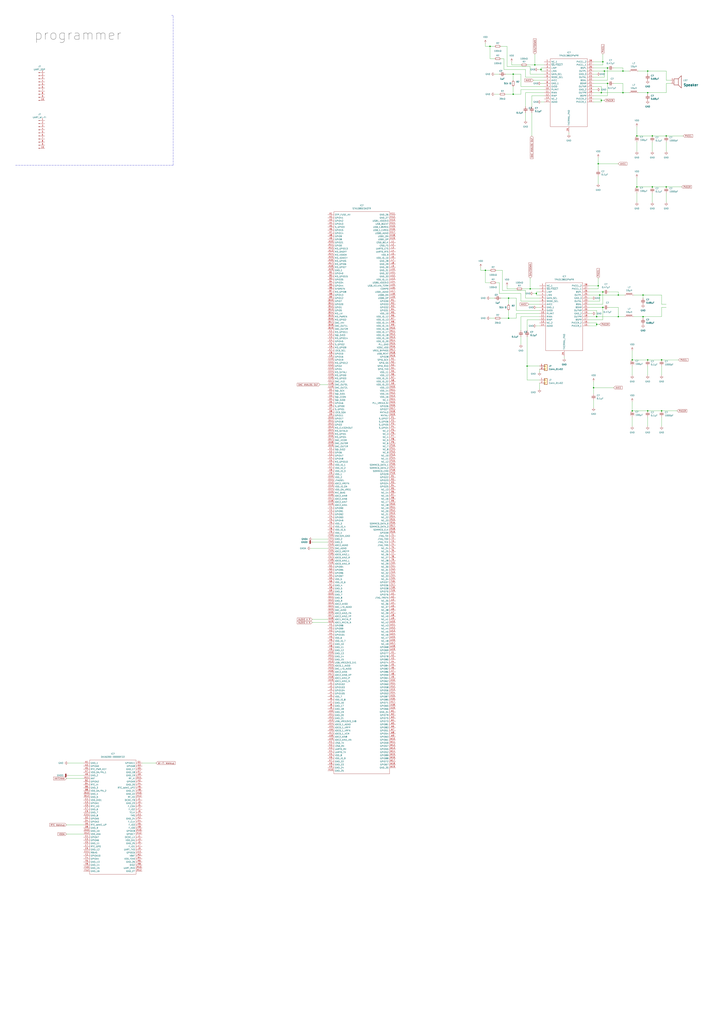
<source format=kicad_sch>
(kicad_sch (version 20211123) (generator eeschema)
  (paper "A1" portrait)
  (junction (at 523.24 111.76))
  (junction (at 528.32 242.57))
  (junction (at 398.78 222.25))
  (junction (at 490.22 260.35))
  (junction (at 417.83 261.62))
  (junction (at 491.49 234.95))
  (junction (at 543.56 337.82))
  (junction (at 519.43 295.91))
  (junction (at 535.94 111.76))
  (junction (at 523.24 153.67))
  (junction (at 421.64 77.47))
  (junction (at 433.07 300.99))
  (junction (at 444.5 57.15))
  (junction (at 490.22 266.7))
  (junction (at 532.13 58.42))
  (junction (at 508 242.57))
  (junction (at 494.03 82.55))
  (junction (at 519.43 337.82))
  (junction (at 528.32 260.35))
  (junction (at 532.13 76.2))
  (junction (at 532.13 337.82))
  (junction (at 547.37 153.67))
  (junction (at 421.64 60.96))
  (junction (at 491.49 134.62))
  (junction (at 417.83 245.11))
  (junction (at 495.3 252.73))
  (junction (at 495.3 50.8))
  (junction (at 487.68 318.77))
  (junction (at 508 260.35))
  (junction (at 543.56 295.91))
  (junction (at 511.81 58.42))
  (junction (at 492.76 242.57))
  (junction (at 494.03 76.2))
  (junction (at 402.59 38.1))
  (junction (at 496.57 58.42))
  (junction (at 535.94 153.67))
  (junction (at 435.61 237.49))
  (junction (at 547.37 111.76))
  (junction (at 495.3 240.03))
  (junction (at 440.69 241.3))
  (junction (at 499.11 68.58))
  (junction (at 439.42 53.34))
  (junction (at 499.11 55.88))
  (junction (at 511.81 76.2))
  (junction (at 532.13 295.91))
  (wire (pts (xy 491.49 129.54) (xy 491.49 134.62)))
  (wire (pts (xy 499.11 78.74) (xy 499.11 68.58)))
  (wire (pts (xy 435.61 228.6) (xy 435.61 237.49)))
  (wire (pts (xy 439.42 44.45) (xy 439.42 53.34)))
  (wire (pts (xy 431.8 76.2) (xy 447.04 76.2)))
  (wire (pts (xy 494.03 76.2) (xy 511.81 76.2)))
  (wire (pts (xy 443.23 312.42) (xy 433.07 312.42)))
  (wire (pts (xy 490.22 267.97) (xy 483.87 267.97)))
  (wire (pts (xy 431.8 245.11) (xy 431.8 238.76)))
  (wire (pts (xy 508 242.57) (xy 513.08 242.57)))
  (wire (pts (xy 490.22 266.7) (xy 490.22 267.97)))
  (wire (pts (xy 427.99 276.86) (xy 427.99 283.21)))
  (wire (pts (xy 398.78 35.56) (xy 398.78 38.1)))
  (wire (pts (xy 431.8 92.71) (xy 431.8 99.06)))
  (wire (pts (xy 508 252.73) (xy 508 260.35)))
  (wire (pts (xy 520.7 242.57) (xy 528.32 242.57)))
  (wire (pts (xy 483.87 257.81) (xy 486.41 257.81)))
  (wire (pts (xy 487.68 68.58) (xy 499.11 68.58)))
  (wire (pts (xy 487.68 73.66) (xy 490.22 73.66)))
  (wire (pts (xy 483.87 234.95) (xy 491.49 234.95)))
  (wire (pts (xy 421.64 77.47) (xy 427.99 77.47)))
  (wire (pts (xy 443.23 247.65) (xy 427.99 247.65)))
  (wire (pts (xy 443.23 255.27) (xy 424.18 255.27)))
  (wire (pts (xy 524.51 58.42) (xy 532.13 58.42)))
  (wire (pts (xy 535.94 153.67) (xy 547.37 153.67)))
  (wire (pts (xy 412.75 222.25) (xy 407.67 222.25)))
  (wire (pts (xy 447.04 63.5) (xy 431.8 63.5)))
  (wire (pts (xy 433.07 53.34) (xy 439.42 53.34)))
  (wire (pts (xy 463.55 293.37) (xy 463.55 294.64)))
  (wire (pts (xy 256.54 443.23) (xy 269.24 443.23)))
  (wire (pts (xy 543.56 337.82) (xy 556.26 337.82)))
  (wire (pts (xy 496.57 63.5) (xy 496.57 58.42)))
  (wire (pts (xy 487.68 71.12) (xy 494.03 71.12)))
  (wire (pts (xy 543.56 342.9) (xy 543.56 350.52)))
  (wire (pts (xy 523.24 116.84) (xy 523.24 124.46)))
  (wire (pts (xy 427.99 247.65) (xy 427.99 241.3)))
  (wire (pts (xy 519.43 295.91) (xy 532.13 295.91)))
  (wire (pts (xy 495.3 250.19) (xy 495.3 240.03)))
  (wire (pts (xy 443.23 262.89) (xy 433.07 262.89)))
  (wire (pts (xy 406.4 60.96) (xy 410.21 60.96)))
  (wire (pts (xy 414.02 57.15) (xy 414.02 48.26)))
  (wire (pts (xy 256.54 511.81) (xy 269.24 511.81)))
  (wire (pts (xy 55.88 627.38) (xy 68.58 627.38)))
  (wire (pts (xy 547.37 66.04) (xy 547.37 58.42)))
  (wire (pts (xy 500.38 252.73) (xy 508 252.73)))
  (wire (pts (xy 436.88 92.71) (xy 436.88 111.76)))
  (wire (pts (xy 483.87 240.03) (xy 495.3 240.03)))
  (wire (pts (xy 519.43 337.82) (xy 532.13 337.82)))
  (wire (pts (xy 523.24 158.75) (xy 523.24 166.37)))
  (wire (pts (xy 444.5 57.15) (xy 444.5 55.88)))
  (wire (pts (xy 543.56 300.99) (xy 543.56 308.61)))
  (wire (pts (xy 523.24 146.05) (xy 523.24 153.67)))
  (wire (pts (xy 402.59 261.62) (xy 406.4 261.62)))
  (wire (pts (xy 414.02 48.26) (xy 411.48 48.26)))
  (wire (pts (xy 447.04 71.12) (xy 427.99 71.12)))
  (wire (pts (xy 508 240.03) (xy 508 242.57)))
  (wire (pts (xy 433.07 300.99) (xy 433.07 276.86)))
  (wire (pts (xy 431.8 87.63) (xy 431.8 76.2)))
  (wire (pts (xy 491.49 228.6) (xy 491.49 234.95)))
  (wire (pts (xy 427.99 241.3) (xy 410.21 241.3)))
  (wire (pts (xy 467.36 109.22) (xy 467.36 110.49)))
  (wire (pts (xy 410.21 241.3) (xy 410.21 232.41)))
  (wire (pts (xy 528.32 242.57) (xy 528.32 245.11)))
  (polyline (pts (xy 12.7 135.89) (xy 142.24 135.89)))
  (wire (pts (xy 491.49 144.78) (xy 491.49 151.13)))
  (wire (pts (xy 394.97 222.25) (xy 398.78 222.25)))
  (wire (pts (xy 429.26 237.49) (xy 435.61 237.49)))
  (wire (pts (xy 435.61 54.61) (xy 416.56 54.61)))
  (wire (pts (xy 532.13 58.42) (xy 547.37 58.42)))
  (wire (pts (xy 444.5 83.82) (xy 447.04 83.82)))
  (wire (pts (xy 417.83 261.62) (xy 424.18 261.62)))
  (wire (pts (xy 547.37 153.67) (xy 560.07 153.67)))
  (wire (pts (xy 440.69 241.3) (xy 440.69 240.03)))
  (wire (pts (xy 416.56 237.49) (xy 424.18 237.49)))
  (wire (pts (xy 487.68 55.88) (xy 499.11 55.88)))
  (wire (pts (xy 421.64 71.12) (xy 421.64 77.47)))
  (wire (pts (xy 519.43 300.99) (xy 519.43 308.61)))
  (wire (pts (xy 415.29 60.96) (xy 421.64 60.96)))
  (wire (pts (xy 427.99 260.35) (xy 443.23 260.35)))
  (wire (pts (xy 543.56 295.91) (xy 557.53 295.91)))
  (wire (pts (xy 487.68 318.77) (xy 504.19 318.77)))
  (wire (pts (xy 421.64 60.96) (xy 421.64 66.04)))
  (wire (pts (xy 402.59 38.1) (xy 406.4 38.1)))
  (wire (pts (xy 547.37 116.84) (xy 547.37 124.46)))
  (wire (pts (xy 406.4 48.26) (xy 402.59 48.26)))
  (wire (pts (xy 421.64 60.96) (xy 427.99 60.96)))
  (polyline (pts (xy 140.97 12.7) (xy 142.24 12.7)))
  (wire (pts (xy 490.22 266.7) (xy 492.76 266.7)))
  (wire (pts (xy 435.61 60.96) (xy 435.61 54.61)))
  (wire (pts (xy 431.8 238.76) (xy 412.75 238.76)))
  (wire (pts (xy 116.84 627.38) (xy 128.27 627.38)))
  (wire (pts (xy 494.03 81.28) (xy 494.03 82.55)))
  (wire (pts (xy 256.54 509.27) (xy 269.24 509.27)))
  (wire (pts (xy 528.32 261.62) (xy 528.32 260.35)))
  (wire (pts (xy 443.23 245.11) (xy 431.8 245.11)))
  (wire (pts (xy 424.18 257.81) (xy 424.18 261.62)))
  (wire (pts (xy 491.49 134.62) (xy 491.49 139.7)))
  (wire (pts (xy 433.07 262.89) (xy 433.07 271.78)))
  (wire (pts (xy 440.69 242.57) (xy 440.69 241.3)))
  (wire (pts (xy 398.78 232.41) (xy 398.78 222.25)))
  (wire (pts (xy 532.13 300.99) (xy 532.13 308.61)))
  (wire (pts (xy 431.8 57.15) (xy 414.02 57.15)))
  (wire (pts (xy 487.68 53.34) (xy 495.3 53.34)))
  (wire (pts (xy 519.43 288.29) (xy 519.43 295.91)))
  (wire (pts (xy 494.03 71.12) (xy 494.03 76.2)))
  (wire (pts (xy 487.68 60.96) (xy 490.22 60.96)))
  (wire (pts (xy 406.4 77.47) (xy 410.21 77.47)))
  (wire (pts (xy 491.49 237.49) (xy 491.49 234.95)))
  (wire (pts (xy 447.04 58.42) (xy 444.5 58.42)))
  (wire (pts (xy 532.13 77.47) (xy 532.13 76.2)))
  (wire (pts (xy 424.18 255.27) (xy 424.18 245.11)))
  (wire (pts (xy 535.94 158.75) (xy 535.94 166.37)))
  (wire (pts (xy 398.78 38.1) (xy 402.59 38.1)))
  (wire (pts (xy 532.13 342.9) (xy 532.13 350.52)))
  (wire (pts (xy 532.13 295.91) (xy 543.56 295.91)))
  (wire (pts (xy 402.59 48.26) (xy 402.59 38.1)))
  (wire (pts (xy 504.19 68.58) (xy 511.81 68.58)))
  (wire (pts (xy 528.32 260.35) (xy 543.56 260.35)))
  (wire (pts (xy 54.61 640.08) (xy 68.58 640.08)))
  (wire (pts (xy 431.8 63.5) (xy 431.8 57.15)))
  (wire (pts (xy 495.3 262.89) (xy 495.3 252.73)))
  (wire (pts (xy 511.81 68.58) (xy 511.81 76.2)))
  (wire (pts (xy 435.61 237.49) (xy 443.23 237.49)))
  (wire (pts (xy 490.22 255.27) (xy 490.22 260.35)))
  (wire (pts (xy 483.87 242.57) (xy 492.76 242.57)))
  (wire (pts (xy 420.37 53.34) (xy 427.99 53.34)))
  (wire (pts (xy 436.88 78.74) (xy 436.88 87.63)))
  (wire (pts (xy 519.43 330.2) (xy 519.43 337.82)))
  (wire (pts (xy 519.43 342.9) (xy 519.43 350.52)))
  (wire (pts (xy 499.11 66.04) (xy 499.11 55.88)))
  (wire (pts (xy 496.57 58.42) (xy 511.81 58.42)))
  (wire (pts (xy 487.68 66.04) (xy 499.11 66.04)))
  (wire (pts (xy 487.68 50.8) (xy 495.3 50.8)))
  (wire (pts (xy 532.13 76.2) (xy 547.37 76.2)))
  (wire (pts (xy 427.99 271.78) (xy 427.99 260.35)))
  (wire (pts (xy 417.83 245.11) (xy 424.18 245.11)))
  (wire (pts (xy 440.69 240.03) (xy 443.23 240.03)))
  (wire (pts (xy 487.68 328.93) (xy 487.68 335.28)))
  (wire (pts (xy 532.13 58.42) (xy 532.13 60.96)))
  (wire (pts (xy 483.87 265.43) (xy 490.22 265.43)))
  (wire (pts (xy 441.96 57.15) (xy 444.5 57.15)))
  (wire (pts (xy 543.56 250.19) (xy 547.37 250.19)))
  (wire (pts (xy 487.68 58.42) (xy 496.57 58.42)))
  (wire (pts (xy 500.38 240.03) (xy 508 240.03)))
  (wire (pts (xy 547.37 158.75) (xy 547.37 166.37)))
  (wire (pts (xy 483.87 262.89) (xy 495.3 262.89)))
  (wire (pts (xy 490.22 265.43) (xy 490.22 266.7)))
  (wire (pts (xy 487.68 63.5) (xy 496.57 63.5)))
  (wire (pts (xy 487.68 78.74) (xy 499.11 78.74)))
  (wire (pts (xy 427.99 73.66) (xy 427.99 77.47)))
  (wire (pts (xy 491.49 134.62) (xy 508 134.62)))
  (wire (pts (xy 483.87 250.19) (xy 495.3 250.19)))
  (wire (pts (xy 494.03 83.82) (xy 487.68 83.82)))
  (wire (pts (xy 487.68 318.77) (xy 487.68 323.85)))
  (wire (pts (xy 532.13 337.82) (xy 543.56 337.82)))
  (wire (pts (xy 492.76 247.65) (xy 492.76 242.57)))
  (wire (pts (xy 535.94 116.84) (xy 535.94 124.46)))
  (wire (pts (xy 511.81 76.2) (xy 516.89 76.2)))
  (wire (pts (xy 444.5 68.58) (xy 447.04 68.58)))
  (wire (pts (xy 483.87 237.49) (xy 491.49 237.49)))
  (wire (pts (xy 439.42 53.34) (xy 447.04 53.34)))
  (wire (pts (xy 444.5 55.88) (xy 447.04 55.88)))
  (wire (pts (xy 416.56 54.61) (xy 416.56 38.1)))
  (wire (pts (xy 520.7 260.35) (xy 528.32 260.35)))
  (polyline (pts (xy 142.24 135.89) (xy 142.24 12.7)))
  (wire (pts (xy 528.32 242.57) (xy 543.56 242.57)))
  (wire (pts (xy 495.3 53.34) (xy 495.3 50.8)))
  (wire (pts (xy 255.27 450.85) (xy 269.24 450.85)))
  (wire (pts (xy 511.81 55.88) (xy 511.81 58.42)))
  (wire (pts (xy 490.22 260.35) (xy 508 260.35)))
  (wire (pts (xy 483.87 245.11) (xy 486.41 245.11)))
  (wire (pts (xy 402.59 232.41) (xy 398.78 232.41)))
  (wire (pts (xy 508 260.35) (xy 513.08 260.35)))
  (wire (pts (xy 524.51 76.2) (xy 532.13 76.2)))
  (wire (pts (xy 443.23 303.53) (xy 443.23 306.07)))
  (wire (pts (xy 447.04 78.74) (xy 436.88 78.74)))
  (wire (pts (xy 447.04 60.96) (xy 435.61 60.96)))
  (wire (pts (xy 438.15 66.04) (xy 447.04 66.04)))
  (wire (pts (xy 433.07 312.42) (xy 433.07 300.99)))
  (wire (pts (xy 417.83 255.27) (xy 417.83 261.62)))
  (wire (pts (xy 547.37 68.58) (xy 551.18 68.58)))
  (wire (pts (xy 483.87 247.65) (xy 492.76 247.65)))
  (wire (pts (xy 417.83 245.11) (xy 417.83 250.19)))
  (wire (pts (xy 547.37 68.58) (xy 547.37 76.2)))
  (wire (pts (xy 535.94 111.76) (xy 547.37 111.76)))
  (wire (pts (xy 443.23 300.99) (xy 433.07 300.99)))
  (wire (pts (xy 547.37 111.76) (xy 561.34 111.76)))
  (wire (pts (xy 440.69 267.97) (xy 443.23 267.97)))
  (wire (pts (xy 494.03 82.55) (xy 494.03 83.82)))
  (wire (pts (xy 492.76 242.57) (xy 508 242.57)))
  (wire (pts (xy 410.21 232.41) (xy 407.67 232.41)))
  (wire (pts (xy 394.97 219.71) (xy 394.97 222.25)))
  (wire (pts (xy 523.24 153.67) (xy 535.94 153.67)))
  (wire (pts (xy 523.24 104.14) (xy 523.24 111.76)))
  (wire (pts (xy 415.29 77.47) (xy 421.64 77.47)))
  (wire (pts (xy 411.48 261.62) (xy 417.83 261.62)))
  (wire (pts (xy 495.3 44.45) (xy 495.3 50.8)))
  (wire (pts (xy 412.75 238.76) (xy 412.75 222.25)))
  (wire (pts (xy 440.69 252.73) (xy 443.23 252.73)))
  (wire (pts (xy 420.37 50.8) (xy 420.37 53.34)))
  (wire (pts (xy 438.15 241.3) (xy 440.69 241.3)))
  (wire (pts (xy 543.56 252.73) (xy 547.37 252.73)))
  (wire (pts (xy 487.68 313.69) (xy 487.68 318.77)))
  (wire (pts (xy 55.88 637.54) (xy 68.58 637.54)))
  (wire (pts (xy 262.89 316.23) (xy 269.24 316.23)))
  (wire (pts (xy 483.87 255.27) (xy 490.22 255.27)))
  (wire (pts (xy 543.56 250.19) (xy 543.56 242.57)))
  (wire (pts (xy 443.23 314.96) (xy 443.23 320.04)))
  (wire (pts (xy 256.54 445.77) (xy 269.24 445.77)))
  (wire (pts (xy 483.87 252.73) (xy 495.3 252.73)))
  (wire (pts (xy 427.99 71.12) (xy 427.99 60.96)))
  (wire (pts (xy 411.48 245.11) (xy 417.83 245.11)))
  (wire (pts (xy 504.19 55.88) (xy 511.81 55.88)))
  (wire (pts (xy 543.56 252.73) (xy 543.56 260.35)))
  (wire (pts (xy 487.68 81.28) (xy 494.03 81.28)))
  (wire (pts (xy 416.56 38.1) (xy 411.48 38.1)))
  (wire (pts (xy 511.81 58.42) (xy 516.89 58.42)))
  (wire (pts (xy 402.59 245.11) (xy 406.4 245.11)))
  (wire (pts (xy 444.5 58.42) (xy 444.5 57.15)))
  (wire (pts (xy 398.78 222.25) (xy 402.59 222.25)))
  (wire (pts (xy 443.23 257.81) (xy 424.18 257.81)))
  (wire (pts (xy 490.22 260.35) (xy 483.87 260.35)))
  (wire (pts (xy 523.24 111.76) (xy 535.94 111.76)))
  (wire (pts (xy 494.03 76.2) (xy 487.68 76.2)))
  (wire (pts (xy 494.03 82.55) (xy 496.57 82.55)))
  (wire (pts (xy 547.37 66.04) (xy 551.18 66.04)))
  (wire (pts (xy 416.56 234.95) (xy 416.56 237.49)))
  (wire (pts (xy 434.34 250.19) (xy 443.23 250.19)))
  (wire (pts (xy 447.04 73.66) (xy 427.99 73.66)))
  (wire (pts (xy 443.23 242.57) (xy 440.69 242.57)))
  (wire (pts (xy 54.61 685.8) (xy 68.58 685.8)))
  (wire (pts (xy 54.61 678.18) (xy 68.58 678.18)))
  (label "programmer" (at 27.94 35.56 0) (effects (font (size 8 8))))
  (global_label "AVCC" (shape input) (at 508 134.62 0) (property "Intersheet References" "${INTERSHEET_REFS}" (effects hide)))
  (global_label "AUDIO A P" (shape input) (at 256.54 509.27 180) (property "Intersheet References" "${INTERSHEET_REFS}" (effects hide)))
  (global_label "AVCC" (shape input) (at 438.15 66.04 180) (property "Intersheet References" "${INTERSHEET_REFS}" (effects hide)))
  (global_label "SHUTDOWN" (shape input) (at 435.61 228.6 90) (property "Intersheet References" "${INTERSHEET_REFS}" (effects hide)))
  (global_label "PVCCR" (shape input) (at 492.76 266.7 0) (effects (font (size 1.2 1.2))) (property "Intersheet References" "${INTERSHEET_REFS}" (effects hide)))
  (global_label "DAC ANALOG OUT" (shape input) (at 262.89 316.23 180) (property "Intersheet References" "${INTERSHEET_REFS}" (effects hide)))
  (global_label "ANTENNA" (shape input) (at 54.61 640.08 180) (property "Intersheet References" "${INTERSHEET_REFS}" (effects hide)))
  (global_label "DAC ANALOG OUT" (shape input) (at 436.88 111.76 270) (property "Intersheet References" "${INTERSHEET_REFS}" (effects hide)))
  (global_label "VDDA" (shape input) (at 54.61 685.8 180) (property "Intersheet References" "${INTERSHEET_REFS}" (effects hide)))
  (global_label "AUDIO A N" (shape input) (at 256.54 511.81 180) (property "Intersheet References" "${INTERSHEET_REFS}" (effects hide)))
  (global_label "PVCCL" (shape input) (at 557.53 295.91 0) (effects (font (size 1.2 1.2))) (property "Intersheet References" "${INTERSHEET_REFS}" (effects hide)))
  (global_label "AVCC" (shape input) (at 434.34 250.19 180) (property "Intersheet References" "${INTERSHEET_REFS}" (effects hide)))
  (global_label "SHUTDOWN" (shape input) (at 439.42 44.45 90) (property "Intersheet References" "${INTERSHEET_REFS}" (effects hide)))
  (global_label "PVCCR" (shape input) (at 556.26 337.82 0) (effects (font (size 1.2 1.2))) (property "Intersheet References" "${INTERSHEET_REFS}" (effects hide)))
  (global_label "PVCCL" (shape input) (at 561.34 111.76 0) (effects (font (size 1.2 1.2))) (property "Intersheet References" "${INTERSHEET_REFS}" (effects hide)))
  (global_label "AVCC" (shape input) (at 504.19 318.77 0) (property "Intersheet References" "${INTERSHEET_REFS}" (effects hide)))
  (global_label "WI-FI Wakeup" (shape input) (at 128.27 627.38 0) (property "Intersheet References" "${INTERSHEET_REFS}" (effects hide)))
  (global_label "PVCCL" (shape input) (at 491.49 228.6 90) (effects (font (size 1.2 1.2))) (property "Intersheet References" "${INTERSHEET_REFS}" (effects hide)))
  (global_label "PVCCR" (shape input) (at 496.57 82.55 0) (effects (font (size 1.2 1.2))) (property "Intersheet References" "${INTERSHEET_REFS}" (effects hide)))
  (global_label "RTC Wakeup" (shape input) (at 54.61 678.18 180) (property "Intersheet References" "${INTERSHEET_REFS}" (effects hide)))
  (global_label "PVCCR" (shape input) (at 560.07 153.67 0) (effects (font (size 1.2 1.2))) (property "Intersheet References" "${INTERSHEET_REFS}" (effects hide)))
  (global_label "PVCCL" (shape input) (at 495.3 44.45 90) (effects (font (size 1.2 1.2))) (property "Intersheet References" "${INTERSHEET_REFS}" (effects hide)))
  (symbol (lib_id "Device:C_Small") (at 532.13 80.01 0) (unit 1)
    (property "Reference" "C?" (at 534.67 78.7462 0) (effects (justify left)))
    (property "Value" "0.68µF" (at 534.67 81.2862 0) (effects (justify left)))
  )
  (symbol (lib_id "power:GND") (at 543.56 350.52 0) (unit 1)
    (property "Reference" "#PWR?" (effects hide))
    (property "Value" "GND" (at 543.56 355.6 0))
  )
  (symbol (lib_id "Connector_Generic:Conn_01x02") (at 448.31 300.99 0) (unit 1)
    (property "Reference" "J?" (at 450.85 300.9899 0) (effects (justify left)))
    (property "Value" "Conn_01x02" (at 450.85 303.5299 0) (effects (justify left)))
  )
  (symbol (lib_id "power:GNDA") (at 256.54 443.23 270) (unit 1)
    (property "Reference" "#PWR?" (effects hide))
    (property "Value" "GNDA" (at 247.65 443.23 90) (effects (justify left)))
  )
  (symbol (lib_id "AMP:TPA3138D2PWPR") (at 447.04 50.8 0) (unit 1)
    (property "Reference" "IC?" (at 467.36 43.18 0))
    (property "Value" "TPA3138D2PWPR" (at 467.36 45.72 0))
    (property "Footprint" "SOP65P640X120-29N" (effects hide))
    (property "Datasheet" "http://www.ti.com/lit/gpn/tpa3138d2" (effects hide))
    (property "Description" "10W 3.5V14.4V Inductor-Free Stereo Analog Input Class-D Audio Amplifier" (effects hide))
    (property "Height" "1.2" (effects hide))
    (property "Manufacturer_Name" "Texas Instruments" (effects hide))
    (property "Manufacturer_Part_Number" "TPA3138D2PWPR" (effects hide))
    (property "Mouser Part Number" "595-TPA3138D2PWPR" (effects hide))
    (property "Mouser Price/Stock" "https://www.mouser.co.uk/ProductDetail/Texas-Instruments/TPA3138D2PWPR?qs=fAHHVMwC%252BbipgX0F9%252BCw8A%3D%3D" (effects hide))
    (property "Arrow Part Number" "TPA3138D2PWPR" (effects hide))
    (property "Arrow Price/Stock" "https://www.arrow.com/en/products/tpa3138d2pwpr/texas-instruments?region=nac" (effects hide))
  )
  (symbol (lib_id "power:GND") (at 486.41 245.11 90) (unit 1)
    (property "Reference" "#PWR?" (effects hide))
    (property "Value" "GND" (at 488.95 245.11 90) (effects (justify right)))
  )
  (symbol (lib_id "Device:C_Small") (at 497.84 252.73 90) (unit 1)
    (property "Reference" "C?" (at 499.11 248.92 90))
    (property "Value" "0.47µF" (at 499.11 256.54 90))
  )
  (symbol (lib_id "Device:C_Small") (at 528.32 264.16 0) (unit 1)
    (property "Reference" "C?" (at 530.86 262.8962 0) (effects (justify left)))
    (property "Value" "0.68µF" (at 530.86 265.4362 0) (effects (justify left)))
  )
  (symbol (lib_id "power:GND") (at 438.15 241.3 270) (unit 1)
    (property "Reference" "#PWR?" (effects hide))
    (property "Value" "GND" (at 431.8 241.3 90) (effects (justify left)))
  )
  (symbol (lib_id "power:GND") (at 443.23 320.04 0) (unit 1)
    (property "Reference" "#PWR?" (effects hide))
    (property "Value" "GND" (at 438.15 322.58 0))
  )
  (symbol (lib_id "Device:C_Polarized_Small_US") (at 519.43 298.45 0) (unit 1)
    (property "Reference" "C?" (at 521.97 296.7481 0) (effects (justify left)))
    (property "Value" "100µF" (at 521.97 299.2881 0) (effects (justify left)))
  )
  (symbol (lib_id "Device:C_Small") (at 543.56 340.36 0) (unit 1)
    (property "Reference" "C?" (at 546.1 339.0962 0) (effects (justify left)))
    (property "Value" "1000pF" (at 546.1 341.6362 0) (effects (justify left)))
  )
  (symbol (lib_id "power:VDD") (at 491.49 129.54 0) (unit 1)
    (property "Reference" "#PWR?" (effects hide))
    (property "Value" "VDD" (at 491.49 124.46 0))
  )
  (symbol (lib_id "Device:C_Small") (at 532.13 63.5 0) (unit 1)
    (property "Reference" "C?" (at 534.67 62.2362 0) (effects (justify left)))
    (property "Value" "0.68µF" (at 534.67 64.7762 0) (effects (justify left)))
  )
  (symbol (lib_id "power:GND") (at 519.43 350.52 0) (unit 1)
    (property "Reference" "#PWR?" (effects hide))
    (property "Value" "GND" (at 519.43 355.6 0))
  )
  (symbol (lib_id "Device:C_Small") (at 501.65 55.88 90) (unit 1)
    (property "Reference" "C?" (at 501.6563 49.53 90))
    (property "Value" "0.47µF" (at 501.6563 52.07 90))
  )
  (symbol (lib_id "power:GND") (at 441.96 57.15 270) (unit 1)
    (property "Reference" "#PWR?" (effects hide))
    (property "Value" "GND" (at 435.61 57.15 90) (effects (justify left)))
  )
  (symbol (lib_id "power:VDD") (at 420.37 50.8 0) (unit 1)
    (property "Reference" "#PWR?" (effects hide))
    (property "Value" "VDD" (at 420.37 45.72 0))
  )
  (symbol (lib_id "Connector:Conn_01x10_Male") (at 31.75 69.85 0) (unit 1)
    (property "Reference" "J?" (at 32.385 54.61 0))
    (property "Value" "UART_DSP" (at 32.385 57.15 0))
  )
  (symbol (lib_id "power:GNDD") (at 55.88 637.54 270) (unit 1)
    (property "Reference" "#PWR?" (effects hide))
    (property "Value" "GNDD" (at 52.07 637.5399 90) (effects (justify right)))
  )
  (symbol (lib_id "power:GND") (at 431.8 99.06 0) (unit 1)
    (property "Reference" "#PWR?" (effects hide))
    (property "Value" "GND" (at 431.8 104.14 0))
  )
  (symbol (lib_id "Device:R_Small") (at 408.94 38.1 90) (unit 1)
    (property "Reference" "R?" (at 408.94 35.56 90))
    (property "Value" "100kΩ" (at 408.94 41.91 90))
  )
  (symbol (lib_id "Device:R_Small") (at 405.13 222.25 90) (unit 1)
    (property "Reference" "R?" (at 405.13 219.71 90))
    (property "Value" "100kΩ" (at 405.13 226.06 90))
  )
  (symbol (lib_id "power:GNDA") (at 255.27 450.85 270) (unit 1)
    (property "Reference" "#PWR?" (effects hide))
    (property "Value" "GNDA" (at 246.38 450.85 90) (effects (justify left)))
  )
  (symbol (lib_id "Device:R_Small") (at 430.53 53.34 90) (unit 1)
    (property "Reference" "R?" (at 430.53 50.8 90))
    (property "Value" "100kΩ" (at 430.53 48.26 90))
  )
  (symbol (lib_id "power:GND") (at 440.69 252.73 270) (unit 1)
    (property "Reference" "#PWR?" (effects hide))
    (property "Value" "GND" (at 434.34 252.73 90) (effects (justify left)))
  )
  (symbol (lib_id "Device:L_Iron") (at 520.7 58.42 90) (unit 1)
    (property "Reference" "L?" (at 520.7 52.07 90))
    (property "Value" "10µH" (at 520.7 54.61 90))
  )
  (symbol (lib_id "power:GND") (at 444.5 83.82 270) (unit 1)
    (property "Reference" "#PWR?" (effects hide))
    (property "Value" "GND" (at 438.15 83.82 90) (effects (justify left)))
  )
  (symbol (lib_id "AMP:TPA3138D2PWPR") (at 443.23 234.95 0) (unit 1)
    (property "Reference" "IC?" (at 463.55 227.33 0))
    (property "Value" "TPA3138D2PWPR" (at 463.55 229.87 0))
    (property "Footprint" "SOP65P640X120-29N" (effects hide))
    (property "Datasheet" "http://www.ti.com/lit/gpn/tpa3138d2" (effects hide))
    (property "Description" "10W 3.5V14.4V Inductor-Free Stereo Analog Input Class-D Audio Amplifier" (effects hide))
    (property "Height" "1.2" (effects hide))
    (property "Manufacturer_Name" "Texas Instruments" (effects hide))
    (property "Manufacturer_Part_Number" "TPA3138D2PWPR" (effects hide))
    (property "Mouser Part Number" "595-TPA3138D2PWPR" (effects hide))
    (property "Mouser Price/Stock" "https://www.mouser.co.uk/ProductDetail/Texas-Instruments/TPA3138D2PWPR?qs=fAHHVMwC%252BbipgX0F9%252BCw8A%3D%3D" (effects hide))
    (property "Arrow Part Number" "TPA3138D2PWPR" (effects hide))
    (property "Arrow Price/Stock" "https://www.arrow.com/en/products/tpa3138d2pwpr/texas-instruments?region=nac" (effects hide))
  )
  (symbol (lib_id "power:GND") (at 523.24 166.37 0) (unit 1)
    (property "Reference" "#PWR?" (effects hide))
    (property "Value" "GND" (at 523.24 171.45 0))
  )
  (symbol (lib_id "power:GND") (at 444.5 68.58 270) (unit 1)
    (property "Reference" "#PWR?" (effects hide))
    (property "Value" "GND" (at 438.15 68.58 90) (effects (justify left)))
  )
  (symbol (lib_id "power:VDD") (at 416.56 234.95 0) (unit 1)
    (property "Reference" "#PWR?" (effects hide))
    (property "Value" "VDD" (at 416.56 229.87 0))
  )
  (symbol (lib_id "power:GND") (at 543.56 308.61 0) (unit 1)
    (property "Reference" "#PWR?" (effects hide))
    (property "Value" "GND" (at 543.56 313.69 0))
  )
  (symbol (lib_id "power:GND") (at 55.88 627.38 270) (unit 1)
    (property "Reference" "#PWR?" (effects hide))
    (property "Value" "GND" (at 52.07 627.3799 90) (effects (justify right)))
  )
  (symbol (lib_id "power:VDD") (at 519.43 288.29 0) (unit 1)
    (property "Reference" "#PWR?" (effects hide))
    (property "Value" "VDD" (at 519.43 283.21 0))
  )
  (symbol (lib_id "Device:C_Small") (at 497.84 240.03 90) (unit 1)
    (property "Reference" "C?" (at 497.8463 233.68 90))
    (property "Value" "0.47µF" (at 497.8463 236.22 90))
  )
  (symbol (lib_id "power:GND") (at 487.68 335.28 0) (unit 1)
    (property "Reference" "#PWR?" (effects hide))
    (property "Value" "GND" (at 487.68 340.36 0))
  )
  (symbol (lib_id "power:VDD") (at 394.97 219.71 0) (unit 1)
    (property "Reference" "#PWR?" (effects hide))
    (property "Value" "VDD" (at 394.97 214.63 0))
  )
  (symbol (lib_id "Device:R_Small") (at 412.75 77.47 90) (unit 1)
    (property "Reference" "R?" (at 412.75 74.93 90))
    (property "Value" "39kΩ" (at 412.75 81.28 90))
  )
  (symbol (lib_id "power:GND") (at 528.32 266.7 0) (unit 1)
    (property "Reference" "#PWR?" (effects hide))
    (property "Value" "GND" (at 528.32 271.78 0))
  )
  (symbol (lib_id "Device:C_Small") (at 427.99 274.32 0) (unit 1)
    (property "Reference" "C?" (at 430.53 273.0562 0) (effects (justify left)))
    (property "Value" "0.1µF" (at 420.37 276.86 0) (effects (justify left)))
  )
  (symbol (lib_id "Device:C_Small") (at 491.49 142.24 0) (unit 1)
    (property "Reference" "C?" (at 494.03 140.9762 0) (effects (justify left)))
    (property "Value" "0.1µF" (at 494.03 143.5162 0) (effects (justify left)))
  )
  (symbol (lib_id "Device:R_Small") (at 408.94 48.26 90) (unit 1)
    (property "Reference" "R?" (at 408.94 45.72 90))
    (property "Value" "100kΩ" (at 408.94 52.07 90))
  )
  (symbol (lib_id "power:GND") (at 491.49 151.13 0) (unit 1)
    (property "Reference" "#PWR?" (effects hide))
    (property "Value" "GND" (at 491.49 156.21 0))
  )
  (symbol (lib_id "Device:L_Iron") (at 520.7 76.2 90) (unit 1)
    (property "Reference" "L?" (at 520.7 69.85 90))
    (property "Value" "10µH" (at 520.7 72.39 90))
  )
  (symbol (lib_id "power:VDD") (at 519.43 330.2 0) (unit 1)
    (property "Reference" "#PWR?" (effects hide))
    (property "Value" "VDD" (at 519.43 325.12 0))
  )
  (symbol (lib_id "power:GND") (at 486.41 257.81 90) (unit 1)
    (property "Reference" "#PWR?" (effects hide))
    (property "Value" "GND" (at 490.22 257.81 90) (effects (justify right)))
  )
  (symbol (lib_id "Device:R_Small") (at 405.13 232.41 90) (unit 1)
    (property "Reference" "R?" (at 405.13 229.87 90))
    (property "Value" "100kΩ" (at 405.13 236.22 90))
  )
  (symbol (lib_id "Device:C_Small") (at 535.94 114.3 0) (unit 1)
    (property "Reference" "C?" (at 538.48 113.0362 0) (effects (justify left)))
    (property "Value" "0.1µF" (at 538.48 115.5762 0) (effects (justify left)))
  )
  (symbol (lib_id "Device:C_Small") (at 532.13 298.45 0) (unit 1)
    (property "Reference" "C?" (at 534.67 297.1862 0) (effects (justify left)))
    (property "Value" "0.1µF" (at 534.67 299.7262 0) (effects (justify left)))
  )
  (symbol (lib_id "Device:C_Polarized_Small_US") (at 519.43 340.36 0) (unit 1)
    (property "Reference" "C?" (at 521.97 338.6581 0) (effects (justify left)))
    (property "Value" "100µF" (at 521.97 341.1981 0) (effects (justify left)))
  )
  (symbol (lib_id "Device:C_Small") (at 535.94 156.21 0) (unit 1)
    (property "Reference" "C?" (at 538.48 154.9462 0) (effects (justify left)))
    (property "Value" "0.1µF" (at 538.48 157.4862 0) (effects (justify left)))
  )
  (symbol (lib_id "power:VDD") (at 523.24 104.14 0) (unit 1)
    (property "Reference" "#PWR?" (effects hide))
    (property "Value" "VDD" (at 523.24 99.06 0))
  )
  (symbol (lib_id "power:GNDD") (at 256.54 445.77 270) (unit 1)
    (property "Reference" "#PWR?" (effects hide))
    (property "Value" "GNDD" (at 252.73 445.7699 90) (effects (justify right)))
  )
  (symbol (lib_id "power:GND") (at 440.69 267.97 270) (unit 1)
    (property "Reference" "#PWR?" (effects hide))
    (property "Value" "GND" (at 434.34 267.97 90) (effects (justify left)))
  )
  (symbol (lib_id "Wifi:DA16200-00000F22") (at 68.58 627.38 0) (unit 1)
    (property "Reference" "IC?" (at 92.71 619.76 0))
    (property "Value" "DA16200-00000F22" (at 92.71 622.3 0))
    (property "Footprint" "DA1620000000F22" (effects hide))
    (property "Datasheet" "https://www.mouser.com/datasheet/2/713/dial_s_a0011079475_1-2291401.pdf" (effects hide))
    (property "Description" "RF System on a Chip - SoC Wi-Fi SoC" (effects hide))
    (property "Height" "0.68" (effects hide))
    (property "Manufacturer_Name" "Dialog Semiconductor" (effects hide))
    (property "Manufacturer_Part_Number" "DA16200-00000F22" (effects hide))
    (property "Mouser Part Number" "724-DA16200-00000F22" (effects hide))
    (property "Mouser Price/Stock" "https://www.mouser.co.uk/ProductDetail/Dialog-Semiconductor/DA16200-00000F22?qs=TiOZkKH1s2SEwlj2oCpvfg%3D%3D" (effects hide))
  )
  (symbol (lib_id "Device:R_Small") (at 408.94 261.62 90) (unit 1)
    (property "Reference" "R?" (at 408.94 259.08 90))
    (property "Value" "39kΩ" (at 408.94 265.43 90))
  )
  (symbol (lib_id "power:GND") (at 427.99 283.21 0) (unit 1)
    (property "Reference" "#PWR?" (effects hide))
    (property "Value" "GND" (at 427.99 288.29 0))
  )
  (symbol (lib_id "power:GND") (at 535.94 124.46 0) (unit 1)
    (property "Reference" "#PWR?" (effects hide))
    (property "Value" "GND" (at 535.94 129.54 0))
  )
  (symbol (lib_id "Connector_Generic:Conn_01x02") (at 448.31 312.42 0) (unit 1)
    (property "Reference" "J?" (at 450.85 312.4199 0) (effects (justify left)))
    (property "Value" "Conn_01x02" (at 450.85 314.9599 0) (effects (justify left)))
  )
  (symbol (lib_id "Device:R_Small") (at 426.72 237.49 90) (unit 1)
    (property "Reference" "R?" (at 426.72 234.95 90))
    (property "Value" "100kΩ" (at 426.72 232.41 90))
  )
  (symbol (lib_id "power:GND") (at 532.13 66.04 0) (unit 1)
    (property "Reference" "#PWR?" (effects hide))
    (property "Value" "GND" (at 532.13 71.12 0))
  )
  (symbol (lib_id "power:GND") (at 532.13 350.52 0) (unit 1)
    (property "Reference" "#PWR?" (effects hide))
    (property "Value" "GND" (at 532.13 355.6 0))
  )
  (symbol (lib_id "Device:C_Small") (at 501.65 68.58 90) (unit 1)
    (property "Reference" "C?" (at 502.92 64.77 90))
    (property "Value" "0.47µF" (at 502.92 72.39 90))
  )
  (symbol (lib_id "Device:L_Iron") (at 516.89 242.57 90) (unit 1)
    (property "Reference" "L?" (at 516.89 236.22 90))
    (property "Value" "10µH" (at 516.89 238.76 90))
  )
  (symbol (lib_id "Device:R_Small") (at 417.83 252.73 180) (unit 1)
    (property "Reference" "R?" (at 420.37 251.4599 0) (effects (justify right)))
    (property "Value" "51k Ω" (at 410.21 252.73 0) (effects (justify right)))
  )
  (symbol (lib_id "Device:C_Small") (at 543.56 298.45 0) (unit 1)
    (property "Reference" "C?" (at 546.1 297.1862 0) (effects (justify left)))
    (property "Value" "1000pF" (at 546.1 299.7262 0) (effects (justify left)))
  )
  (symbol (lib_id "power:GND") (at 523.24 124.46 0) (unit 1)
    (property "Reference" "#PWR?" (effects hide))
    (property "Value" "GND" (at 523.24 129.54 0))
  )
  (symbol (lib_id "Device:C_Small") (at 431.8 90.17 0) (unit 1)
    (property "Reference" "C?" (at 434.34 88.9062 0) (effects (justify left)))
    (property "Value" "0.1µF" (at 424.18 92.71 0) (effects (justify left)))
  )
  (symbol (lib_id "power:GND") (at 463.55 294.64 0) (unit 1)
    (property "Reference" "#PWR?" (effects hide))
    (property "Value" "GND" (at 463.55 299.72 0))
  )
  (symbol (lib_id "power:GND") (at 547.37 166.37 0) (unit 1)
    (property "Reference" "#PWR?" (effects hide))
    (property "Value" "GND" (at 547.37 171.45 0))
  )
  (symbol (lib_id "power:GND") (at 532.13 308.61 0) (unit 1)
    (property "Reference" "#PWR?" (effects hide))
    (property "Value" "GND" (at 532.13 313.69 0))
  )
  (symbol (lib_id "power:GND") (at 406.4 77.47 270) (unit 1)
    (property "Reference" "#PWR?" (effects hide))
    (property "Value" "GND" (at 398.78 77.47 90) (effects (justify left)))
  )
  (symbol (lib_id "power:GND") (at 490.22 60.96 90) (unit 1)
    (property "Reference" "#PWR?" (effects hide))
    (property "Value" "GND" (at 492.76 60.96 90) (effects (justify right)))
  )
  (symbol (lib_id "Device:C_Small") (at 436.88 90.17 0) (unit 1)
    (property "Reference" "C?" (at 439.42 88.9062 0) (effects (justify left)))
    (property "Value" "0.1µF" (at 439.42 91.4462 0) (effects (justify left)))
  )
  (symbol (lib_id "Device:C_Polarized_Small_US") (at 523.24 114.3 0) (unit 1)
    (property "Reference" "C?" (at 525.78 112.5981 0) (effects (justify left)))
    (property "Value" "100µF" (at 525.78 115.1381 0) (effects (justify left)))
  )
  (symbol (lib_id "power:GND") (at 402.59 245.11 270) (unit 1)
    (property "Reference" "#PWR?" (effects hide))
    (property "Value" "GND" (at 394.97 245.11 90) (effects (justify left)))
  )
  (symbol (lib_id "power:GND") (at 547.37 124.46 0) (unit 1)
    (property "Reference" "#PWR?" (effects hide))
    (property "Value" "GND" (at 547.37 129.54 0))
  )
  (symbol (lib_id "power:GND") (at 402.59 261.62 270) (unit 1)
    (property "Reference" "#PWR?" (effects hide))
    (property "Value" "GND" (at 394.97 261.62 90) (effects (justify left)))
  )
  (symbol (lib_id "Device:C_Small") (at 547.37 156.21 0) (unit 1)
    (property "Reference" "C?" (at 549.91 154.9462 0) (effects (justify left)))
    (property "Value" "1000pF" (at 549.91 157.4862 0) (effects (justify left)))
  )
  (symbol (lib_id "power:VDD") (at 523.24 146.05 0) (unit 1)
    (property "Reference" "#PWR?" (effects hide))
    (property "Value" "VDD" (at 523.24 140.97 0))
  )
  (symbol (lib_id "Device:C_Small") (at 408.94 245.11 90) (unit 1)
    (property "Reference" "C?" (at 407.67 242.57 90))
    (property "Value" "1µF" (at 408.94 248.92 90))
  )
  (symbol (lib_id "Connector:Conn_01x10_Male") (at 31.75 109.22 0) (unit 1)
    (property "Reference" "J?" (at 32.385 93.98 0))
    (property "Value" "UART_WI-FI" (at 32.385 96.52 0))
  )
  (symbol (lib_id "power:GND") (at 528.32 250.19 0) (unit 1)
    (property "Reference" "#PWR?" (effects hide))
    (property "Value" "GND" (at 528.32 255.27 0))
  )
  (symbol (lib_id "power:GND") (at 490.22 73.66 90) (unit 1)
    (property "Reference" "#PWR?" (effects hide))
    (property "Value" "GND" (at 494.03 73.66 90) (effects (justify right)))
  )
  (symbol (lib_id "power:VDD") (at 398.78 35.56 0) (unit 1)
    (property "Reference" "#PWR?" (effects hide))
    (property "Value" "VDD" (at 398.78 30.48 0))
  )
  (symbol (lib_id "power:VDD") (at 487.68 313.69 0) (unit 1)
    (property "Reference" "#PWR?" (effects hide))
    (property "Value" "VDD" (at 487.68 308.61 0))
  )
  (symbol (lib_id "Device:C_Small") (at 528.32 247.65 0) (unit 1)
    (property "Reference" "C?" (at 530.86 246.3862 0) (effects (justify left)))
    (property "Value" "0.68µF" (at 530.86 248.9262 0) (effects (justify left)))
  )
  (symbol (lib_id "Device:R_Small") (at 421.64 68.58 180) (unit 1)
    (property "Reference" "R?" (at 424.18 67.3099 0) (effects (justify right)))
    (property "Value" "51k Ω" (at 414.02 68.58 0) (effects (justify right)))
  )
  (symbol (lib_id "Device:C_Polarized_Small_US") (at 523.24 156.21 0) (unit 1)
    (property "Reference" "C?" (at 525.78 154.5081 0) (effects (justify left)))
    (property "Value" "100µF" (at 525.78 157.0481 0) (effects (justify left)))
  )
  (symbol (lib_id "Device:C_Small") (at 433.07 274.32 0) (unit 1)
    (property "Reference" "C?" (at 435.61 273.0562 0) (effects (justify left)))
    (property "Value" "0.1µF" (at 435.61 275.5962 0) (effects (justify left)))
  )
  (symbol (lib_id "Device:C_Small") (at 532.13 340.36 0) (unit 1)
    (property "Reference" "C?" (at 534.67 339.0962 0) (effects (justify left)))
    (property "Value" "0.1µF" (at 534.67 341.6362 0) (effects (justify left)))
  )
  (symbol (lib_id "Device:L_Iron") (at 516.89 260.35 90) (unit 1)
    (property "Reference" "L?" (at 516.89 254 90))
    (property "Value" "10µH" (at 516.89 256.54 90))
  )
  (symbol (lib_id "power:GND") (at 519.43 308.61 0) (unit 1)
    (property "Reference" "#PWR?" (effects hide))
    (property "Value" "GND" (at 519.43 313.69 0))
  )
  (symbol (lib_id "power:GND") (at 443.23 306.07 0) (unit 1)
    (property "Reference" "#PWR?" (effects hide))
    (property "Value" "GND" (at 438.15 307.34 0))
  )
  (symbol (lib_id "power:GND") (at 532.13 82.55 0) (unit 1)
    (property "Reference" "#PWR?" (effects hide))
    (property "Value" "GND" (at 532.13 87.63 0))
  )
  (symbol (lib_id "Device:Speaker") (at 556.26 66.04 0) (unit 1)
    (property "Reference" "LS?" (at 561.34 66.0399 0) (effects (justify left)))
    (property "Value" "Speaker" (at 561.34 69.85 0) (effects (font (size 2 2) bold) (justify left)))
  )
  (symbol (lib_id "Device:C_Small") (at 487.68 326.39 0) (unit 1)
    (property "Reference" "C?" (at 490.22 325.1262 0) (effects (justify left)))
    (property "Value" "0.1µF" (at 490.22 327.6662 0) (effects (justify left)))
  )
  (symbol (lib_id "STA1085:STA1085EOA3TR") (at 269.24 176.53 0) (unit 1)
    (property "Reference" "IC?" (at 297.18 168.91 0))
    (property "Value" "STA1085EOA3TR" (at 297.18 171.45 0))
    (property "Footprint" "BGA361C80P19X19_1600X1600X170" (effects hide))
    (property "Datasheet" "https://www.st.com/resource/en/datasheet/sta1080.pdf" (effects hide))
    (property "Description" "Accordo2 Dual Core CortexR4/CortexM3 processor, with embedded SRAM, integrated DSP sound subsystem, audio ADCs and DACs, isolated CAN MCU for car radio applications" (effects hide))
    (property "Height" "1.7" (effects hide))
    (property "Manufacturer_Name" "STMicroelectronics" (effects hide))
    (property "Manufacturer_Part_Number" "STA1085EOA3TR" (effects hide))
  )
  (symbol (lib_id "Device:C_Small") (at 412.75 60.96 90) (unit 1)
    (property "Reference" "C?" (at 411.48 58.42 90))
    (property "Value" "1µF" (at 412.75 64.77 90))
  )
  (symbol (lib_id "Device:C_Small") (at 547.37 114.3 0) (unit 1)
    (property "Reference" "C?" (at 549.91 113.0362 0) (effects (justify left)))
    (property "Value" "1000pF" (at 549.91 115.5762 0) (effects (justify left)))
  )
  (symbol (lib_id "power:GND") (at 406.4 60.96 270) (unit 1)
    (property "Reference" "#PWR?" (effects hide))
    (property "Value" "GND" (at 398.78 60.96 90) (effects (justify left)))
  )
  (symbol (lib_id "power:GND") (at 467.36 110.49 0) (unit 1)
    (property "Reference" "#PWR?" (effects hide))
    (property "Value" "GND" (at 467.36 115.57 0))
  )
  (symbol (lib_id "power:GND") (at 535.94 166.37 0) (unit 1)
    (property "Reference" "#PWR?" (effects hide))
    (property "Value" "GND" (at 535.94 171.45 0))
  )
)
</source>
